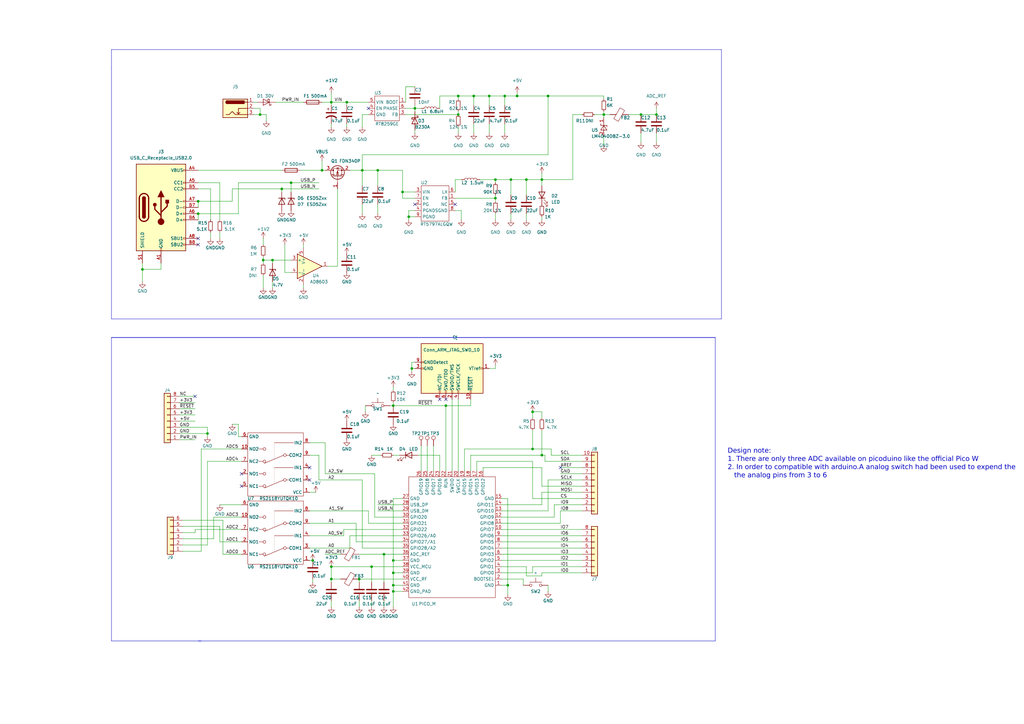
<source format=kicad_sch>
(kicad_sch (version 20230121) (generator eeschema)
  (paper "A3")
  (junction (at 167.64 88.9))
  (junction (at 182.88 166.37))
  (junction (at 107.95 106.68))
  (junction (at 147.32 237.49))
  (junction (at 208.28 240.03))
  (junction (at 222.25 73.66))
  (junction (at 209.55 73.66))
  (junction (at 142.24 41.91))
  (junction (at 161.29 229.87))
  (junction (at 168.91 151.13))
  (junction (at 194.31 39.37))
  (junction (at 218.44 168.91))
  (junction (at 200.66 39.37))
  (junction (at 58.42 110.49))
  (junction (at 187.96 46.99))
  (junction (at 165.1 78.74))
  (junction (at 115.57 77.47))
  (junction (at 203.2 81.28))
  (junction (at 152.4 232.41))
  (junction (at 135.89 237.49))
  (junction (at 203.2 73.66))
  (junction (at 157.48 227.33))
  (junction (at 154.94 69.85))
  (junction (at 81.28 82.55))
  (junction (at 135.89 232.41))
  (junction (at 161.29 242.57))
  (junction (at 262.89 46.99))
  (junction (at 81.28 87.63))
  (junction (at 111.76 106.68))
  (junction (at 135.89 41.91))
  (junction (at 207.01 39.37))
  (junction (at 224.79 39.37))
  (junction (at 161.29 166.37))
  (junction (at 187.96 39.37))
  (junction (at 85.09 177.8))
  (junction (at 161.29 240.03))
  (junction (at 148.59 69.85))
  (junction (at 106.68 46.99))
  (junction (at 119.38 74.93))
  (junction (at 247.65 46.99))
  (junction (at 218.44 184.15))
  (junction (at 212.09 39.37))
  (junction (at 161.29 234.95))
  (junction (at 128.27 229.87))
  (junction (at 170.18 44.45))
  (junction (at 222.25 186.69))
  (junction (at 215.9 73.66))
  (junction (at 269.24 46.99))
  (junction (at 132.08 69.85))
  (no_connect (at 81.28 100.33))
  (no_connect (at 80.01 162.56))
  (no_connect (at 99.06 199.39))
  (no_connect (at 127 196.85))
  (no_connect (at 229.87 191.77))
  (no_connect (at 81.28 97.79))
  (no_connect (at 99.06 194.31))
  (no_connect (at 127 191.77))
  (no_connect (at 186.69 83.82))
  (no_connect (at 182.88 163.83))
  (no_connect (at 151.13 44.45))
  (no_connect (at 180.34 163.83))
  (no_connect (at 170.18 83.82))
  (wire (pts (xy 187.96 39.37) (xy 180.34 39.37)))
  (wire (pts (xy 90.17 90.17) (xy 90.17 74.93)))
  (wire (pts (xy 205.74 212.09) (xy 227.33 212.09)))
  (wire (pts (xy 154.94 69.85) (xy 148.59 69.85)))
  (wire (pts (xy 186.69 73.66) (xy 186.69 78.74)))
  (wire (pts (xy 128.27 238.76) (xy 128.27 237.49)))
  (wire (pts (xy 115.57 77.47) (xy 115.57 78.74)))
  (wire (pts (xy 127 209.55) (xy 151.13 209.55)))
  (wire (pts (xy 85.09 175.26) (xy 85.09 177.8)))
  (wire (pts (xy 161.29 240.03) (xy 165.1 240.03)))
  (wire (pts (xy 161.29 165.1) (xy 161.29 166.37)))
  (wire (pts (xy 148.59 63.5) (xy 224.79 63.5)))
  (polyline (pts (xy 82.55 262.89) (xy 45.72 262.89)))
  (wire (pts (xy 147.32 248.92) (xy 147.32 246.38)))
  (wire (pts (xy 142.24 52.07) (xy 142.24 50.8)))
  (wire (pts (xy 229.87 209.55) (xy 238.76 209.55)))
  (wire (pts (xy 187.96 163.83) (xy 187.96 193.04)))
  (wire (pts (xy 208.28 243.84) (xy 208.28 240.03)))
  (wire (pts (xy 186.69 73.66) (xy 189.23 73.66)))
  (wire (pts (xy 214.63 237.49) (xy 214.63 240.03)))
  (wire (pts (xy 143.51 219.71) (xy 165.1 219.71)))
  (wire (pts (xy 222.25 199.39) (xy 238.76 199.39)))
  (wire (pts (xy 224.79 196.85) (xy 238.76 196.85)))
  (wire (pts (xy 148.59 83.82) (xy 148.59 87.63)))
  (wire (pts (xy 161.29 166.37) (xy 182.88 166.37)))
  (wire (pts (xy 160.02 166.37) (xy 161.29 166.37)))
  (wire (pts (xy 222.25 171.45) (xy 222.25 168.91)))
  (polyline (pts (xy 295.91 20.32) (xy 45.72 20.32)))
  (wire (pts (xy 132.08 41.91) (xy 135.89 41.91)))
  (wire (pts (xy 166.37 35.56) (xy 170.18 35.56)))
  (wire (pts (xy 196.85 73.66) (xy 203.2 73.66)))
  (wire (pts (xy 262.89 46.99) (xy 269.24 46.99)))
  (wire (pts (xy 262.89 58.42) (xy 262.89 54.61)))
  (wire (pts (xy 167.64 88.9) (xy 170.18 88.9)))
  (wire (pts (xy 224.79 63.5) (xy 224.79 39.37)))
  (wire (pts (xy 208.28 240.03) (xy 205.74 240.03)))
  (polyline (pts (xy 45.72 262.89) (xy 45.72 138.43)))
  (wire (pts (xy 82.55 226.06) (xy 74.93 226.06)))
  (wire (pts (xy 205.74 234.95) (xy 218.44 234.95)))
  (wire (pts (xy 81.28 87.63) (xy 81.28 90.17)))
  (wire (pts (xy 135.89 237.49) (xy 135.89 238.76)))
  (wire (pts (xy 161.29 234.95) (xy 161.29 240.03)))
  (wire (pts (xy 124.46 100.33) (xy 124.46 101.6)))
  (wire (pts (xy 170.18 81.28) (xy 165.1 81.28)))
  (wire (pts (xy 222.25 234.95) (xy 238.76 234.95)))
  (wire (pts (xy 153.67 212.09) (xy 165.1 212.09)))
  (wire (pts (xy 198.12 193.04) (xy 198.12 191.77)))
  (wire (pts (xy 167.64 86.36) (xy 167.64 88.9)))
  (wire (pts (xy 73.66 177.8) (xy 85.09 177.8)))
  (wire (pts (xy 127 214.63) (xy 146.05 214.63)))
  (wire (pts (xy 187.96 39.37) (xy 187.96 40.64)))
  (wire (pts (xy 209.55 73.66) (xy 209.55 80.01)))
  (wire (pts (xy 146.05 222.25) (xy 165.1 222.25)))
  (wire (pts (xy 135.89 41.91) (xy 135.89 43.18)))
  (wire (pts (xy 193.04 163.83) (xy 193.04 166.37)))
  (wire (pts (xy 223.52 186.69) (xy 223.52 189.23)))
  (wire (pts (xy 154.94 207.01) (xy 165.1 207.01)))
  (wire (pts (xy 218.44 204.47) (xy 238.76 204.47)))
  (polyline (pts (xy 45.72 138.43) (xy 293.37 138.43)))
  (wire (pts (xy 222.25 176.53) (xy 222.25 186.69)))
  (polyline (pts (xy 45.72 130.81) (xy 295.91 130.81)))
  (wire (pts (xy 58.42 110.49) (xy 58.42 115.57)))
  (polyline (pts (xy 45.72 20.32) (xy 45.72 27.94)))
  (wire (pts (xy 223.52 189.23) (xy 238.76 189.23)))
  (wire (pts (xy 224.79 39.37) (xy 212.09 39.37)))
  (wire (pts (xy 170.18 86.36) (xy 167.64 86.36)))
  (wire (pts (xy 97.79 173.99) (xy 97.79 179.07)))
  (wire (pts (xy 205.74 209.55) (xy 224.79 209.55)))
  (wire (pts (xy 224.79 39.37) (xy 247.65 39.37)))
  (wire (pts (xy 186.69 86.36) (xy 189.23 86.36)))
  (wire (pts (xy 161.29 229.87) (xy 161.29 234.95)))
  (wire (pts (xy 166.37 44.45) (xy 170.18 44.45)))
  (wire (pts (xy 86.36 77.47) (xy 81.28 77.47)))
  (wire (pts (xy 205.74 237.49) (xy 214.63 237.49)))
  (wire (pts (xy 142.24 41.91) (xy 142.24 43.18)))
  (wire (pts (xy 90.17 74.93) (xy 81.28 74.93)))
  (wire (pts (xy 152.4 232.41) (xy 152.4 238.76)))
  (wire (pts (xy 90.17 95.25) (xy 90.17 97.79)))
  (wire (pts (xy 218.44 234.95) (xy 218.44 232.41)))
  (wire (pts (xy 165.1 217.17) (xy 140.97 217.17)))
  (wire (pts (xy 134.62 109.22) (xy 138.43 109.22)))
  (wire (pts (xy 157.48 227.33) (xy 157.48 238.76)))
  (wire (pts (xy 154.94 209.55) (xy 165.1 209.55)))
  (wire (pts (xy 222.25 168.91) (xy 218.44 168.91)))
  (wire (pts (xy 205.74 204.47) (xy 208.28 204.47)))
  (wire (pts (xy 80.01 218.44) (xy 80.01 217.17)))
  (wire (pts (xy 166.37 46.99) (xy 187.96 46.99)))
  (wire (pts (xy 135.89 237.49) (xy 139.7 237.49)))
  (wire (pts (xy 148.59 69.85) (xy 148.59 76.2)))
  (wire (pts (xy 234.95 46.99) (xy 238.76 46.99)))
  (wire (pts (xy 222.25 191.77) (xy 222.25 199.39)))
  (wire (pts (xy 97.79 74.93) (xy 119.38 74.93)))
  (wire (pts (xy 209.55 87.63) (xy 209.55 90.17)))
  (wire (pts (xy 113.03 41.91) (xy 124.46 41.91)))
  (wire (pts (xy 215.9 236.22) (xy 222.25 236.22)))
  (wire (pts (xy 135.89 232.41) (xy 135.89 237.49)))
  (wire (pts (xy 212.09 39.37) (xy 207.01 39.37)))
  (wire (pts (xy 107.95 106.68) (xy 111.76 106.68)))
  (wire (pts (xy 190.5 193.04) (xy 190.5 184.15)))
  (wire (pts (xy 209.55 73.66) (xy 215.9 73.66)))
  (wire (pts (xy 135.89 41.91) (xy 142.24 41.91)))
  (wire (pts (xy 85.09 177.8) (xy 85.09 179.07)))
  (wire (pts (xy 161.29 234.95) (xy 165.1 234.95)))
  (wire (pts (xy 154.94 69.85) (xy 154.94 76.2)))
  (polyline (pts (xy 45.72 138.43) (xy 293.37 138.43)))
  (wire (pts (xy 87.63 212.09) (xy 87.63 220.98)))
  (wire (pts (xy 205.74 217.17) (xy 238.76 217.17)))
  (wire (pts (xy 218.44 168.91) (xy 218.44 171.45)))
  (wire (pts (xy 194.31 54.61) (xy 194.31 50.8)))
  (wire (pts (xy 106.68 44.45) (xy 106.68 46.99)))
  (wire (pts (xy 80.01 218.44) (xy 74.93 218.44)))
  (wire (pts (xy 172.72 44.45) (xy 170.18 44.45)))
  (wire (pts (xy 229.87 191.77) (xy 238.76 191.77)))
  (wire (pts (xy 151.13 209.55) (xy 151.13 214.63)))
  (wire (pts (xy 161.29 186.69) (xy 163.83 186.69)))
  (wire (pts (xy 147.32 237.49) (xy 147.32 238.76)))
  (wire (pts (xy 90.17 222.25) (xy 90.17 215.9)))
  (wire (pts (xy 97.79 179.07) (xy 99.06 179.07)))
  (wire (pts (xy 165.1 224.79) (xy 148.59 224.79)))
  (wire (pts (xy 165.1 78.74) (xy 165.1 69.85)))
  (wire (pts (xy 269.24 58.42) (xy 269.24 54.61)))
  (wire (pts (xy 149.86 166.37) (xy 149.86 168.91)))
  (wire (pts (xy 170.18 148.59) (xy 168.91 148.59)))
  (wire (pts (xy 203.2 151.13) (xy 203.2 149.86)))
  (wire (pts (xy 166.37 35.56) (xy 166.37 41.91)))
  (wire (pts (xy 165.1 204.47) (xy 161.29 204.47)))
  (wire (pts (xy 161.29 242.57) (xy 161.29 248.92)))
  (wire (pts (xy 165.1 229.87) (xy 161.29 229.87)))
  (wire (pts (xy 86.36 90.17) (xy 86.36 77.47)))
  (wire (pts (xy 81.28 87.63) (xy 97.79 87.63)))
  (wire (pts (xy 205.74 224.79) (xy 238.76 224.79)))
  (wire (pts (xy 152.4 232.41) (xy 165.1 232.41)))
  (wire (pts (xy 170.18 44.45) (xy 170.18 45.72)))
  (wire (pts (xy 187.96 54.61) (xy 187.96 52.07)))
  (wire (pts (xy 107.95 118.11) (xy 107.95 113.03)))
  (wire (pts (xy 205.74 214.63) (xy 229.87 214.63)))
  (wire (pts (xy 147.32 237.49) (xy 165.1 237.49)))
  (wire (pts (xy 73.66 175.26) (xy 85.09 175.26)))
  (wire (pts (xy 200.66 39.37) (xy 194.31 39.37)))
  (polyline (pts (xy 293.37 138.43) (xy 293.37 262.89)))
  (wire (pts (xy 135.89 38.1) (xy 135.89 41.91)))
  (wire (pts (xy 218.44 189.23) (xy 218.44 204.47)))
  (wire (pts (xy 229.87 194.31) (xy 238.76 194.31)))
  (wire (pts (xy 215.9 90.17) (xy 215.9 87.63)))
  (wire (pts (xy 74.93 215.9) (xy 90.17 215.9)))
  (wire (pts (xy 133.35 227.33) (xy 139.7 227.33)))
  (wire (pts (xy 85.09 223.52) (xy 74.93 223.52)))
  (wire (pts (xy 177.8 182.88) (xy 177.8 193.04)))
  (wire (pts (xy 148.59 196.85) (xy 148.59 224.79)))
  (wire (pts (xy 157.48 248.92) (xy 157.48 246.38)))
  (wire (pts (xy 87.63 220.98) (xy 74.93 220.98)))
  (wire (pts (xy 106.68 46.99) (xy 109.22 46.99)))
  (wire (pts (xy 148.59 46.99) (xy 148.59 52.07)))
  (wire (pts (xy 205.74 219.71) (xy 238.76 219.71)))
  (wire (pts (xy 127 229.87) (xy 128.27 229.87)))
  (wire (pts (xy 133.35 194.31) (xy 153.67 194.31)))
  (wire (pts (xy 171.45 186.69) (xy 180.34 186.69)))
  (wire (pts (xy 222.25 207.01) (xy 222.25 201.93)))
  (wire (pts (xy 129.54 201.93) (xy 127 201.93)))
  (wire (pts (xy 115.57 77.47) (xy 130.81 77.47)))
  (wire (pts (xy 222.25 90.17) (xy 222.25 88.9)))
  (wire (pts (xy 143.51 224.79) (xy 143.51 219.71)))
  (wire (pts (xy 66.04 110.49) (xy 58.42 110.49)))
  (wire (pts (xy 195.58 189.23) (xy 218.44 189.23)))
  (wire (pts (xy 99.06 227.33) (xy 91.44 227.33)))
  (wire (pts (xy 222.25 73.66) (xy 222.25 76.2)))
  (wire (pts (xy 91.44 227.33) (xy 91.44 213.36)))
  (polyline (pts (xy 81.28 262.89) (xy 293.37 262.89)))
  (wire (pts (xy 127 186.69) (xy 130.81 186.69)))
  (wire (pts (xy 99.06 207.01) (xy 90.17 207.01)))
  (wire (pts (xy 66.04 107.95) (xy 66.04 110.49)))
  (wire (pts (xy 168.91 151.13) (xy 170.18 151.13)))
  (wire (pts (xy 170.18 43.18) (xy 170.18 44.45)))
  (wire (pts (xy 143.51 69.85) (xy 148.59 69.85)))
  (wire (pts (xy 175.26 182.88) (xy 175.26 193.04)))
  (wire (pts (xy 194.31 39.37) (xy 187.96 39.37)))
  (wire (pts (xy 81.28 82.55) (xy 95.25 82.55)))
  (wire (pts (xy 222.25 73.66) (xy 234.95 73.66)))
  (wire (pts (xy 224.79 242.57) (xy 224.79 240.03)))
  (wire (pts (xy 95.25 77.47) (xy 115.57 77.47)))
  (wire (pts (xy 119.38 111.76) (xy 116.84 111.76)))
  (wire (pts (xy 222.25 236.22) (xy 222.25 234.95)))
  (wire (pts (xy 127 181.61) (xy 133.35 181.61)))
  (wire (pts (xy 203.2 81.28) (xy 203.2 82.55)))
  (wire (pts (xy 165.1 81.28) (xy 165.1 78.74)))
  (wire (pts (xy 111.76 106.68) (xy 111.76 107.95)))
  (wire (pts (xy 104.14 44.45) (xy 106.68 44.45)))
  (wire (pts (xy 161.29 204.47) (xy 161.29 229.87)))
  (wire (pts (xy 132.08 66.04) (xy 132.08 69.85)))
  (wire (pts (xy 73.66 180.34) (xy 80.01 180.34)))
  (wire (pts (xy 161.29 158.75) (xy 161.29 160.02)))
  (wire (pts (xy 119.38 74.93) (xy 119.38 78.74)))
  (wire (pts (xy 153.67 194.31) (xy 153.67 212.09)))
  (wire (pts (xy 222.25 186.69) (xy 223.52 186.69)))
  (wire (pts (xy 168.91 148.59) (xy 168.91 151.13)))
  (wire (pts (xy 227.33 207.01) (xy 238.76 207.01)))
  (wire (pts (xy 218.44 232.41) (xy 238.76 232.41)))
  (wire (pts (xy 124.46 118.11) (xy 124.46 116.84)))
  (wire (pts (xy 198.12 191.77) (xy 222.25 191.77)))
  (wire (pts (xy 73.66 167.64) (xy 80.01 167.64)))
  (wire (pts (xy 138.43 77.47) (xy 138.43 109.22)))
  (wire (pts (xy 58.42 107.95) (xy 58.42 110.49)))
  (wire (pts (xy 81.28 69.85) (xy 115.57 69.85)))
  (wire (pts (xy 146.05 222.25) (xy 146.05 214.63)))
  (wire (pts (xy 218.44 184.15) (xy 226.06 184.15)))
  (wire (pts (xy 194.31 39.37) (xy 194.31 43.18)))
  (wire (pts (xy 80.01 217.17) (xy 99.06 217.17)))
  (wire (pts (xy 82.55 184.15) (xy 99.06 184.15)))
  (wire (pts (xy 152.4 248.92) (xy 152.4 246.38)))
  (wire (pts (xy 85.09 189.23) (xy 85.09 223.52)))
  (wire (pts (xy 154.94 87.63) (xy 154.94 83.82)))
  (wire (pts (xy 189.23 86.36) (xy 189.23 90.17)))
  (wire (pts (xy 190.5 184.15) (xy 218.44 184.15)))
  (wire (pts (xy 203.2 73.66) (xy 209.55 73.66)))
  (wire (pts (xy 247.65 46.99) (xy 250.19 46.99)))
  (wire (pts (xy 73.66 165.1) (xy 80.01 165.1)))
  (wire (pts (xy 215.9 73.66) (xy 215.9 80.01)))
  (wire (pts (xy 182.88 166.37) (xy 193.04 166.37)))
  (wire (pts (xy 215.9 232.41) (xy 215.9 236.22)))
  (wire (pts (xy 151.13 214.63) (xy 165.1 214.63)))
  (wire (pts (xy 152.4 186.69) (xy 156.21 186.69)))
  (wire (pts (xy 73.66 170.18) (xy 80.01 170.18)))
  (wire (pts (xy 135.89 52.07) (xy 135.89 50.8)))
  (polyline (pts (xy 295.91 130.81) (xy 295.91 20.32)))
  (wire (pts (xy 123.19 69.85) (xy 132.08 69.85)))
  (wire (pts (xy 185.42 163.83) (xy 185.42 193.04)))
  (wire (pts (xy 107.95 105.41) (xy 107.95 106.68)))
  (wire (pts (xy 135.89 232.41) (xy 152.4 232.41)))
  (wire (pts (xy 161.29 240.03) (xy 161.29 242.57)))
  (wire (pts (xy 227.33 212.09) (xy 227.33 207.01)))
  (wire (pts (xy 85.09 189.23) (xy 99.06 189.23)))
  (wire (pts (xy 135.89 246.38) (xy 135.89 248.92)))
  (wire (pts (xy 247.65 39.37) (xy 247.65 40.64)))
  (wire (pts (xy 165.1 69.85) (xy 154.94 69.85)))
  (wire (pts (xy 81.28 85.09) (xy 81.28 82.55)))
  (wire (pts (xy 205.74 222.25) (xy 238.76 222.25)))
  (wire (pts (xy 200.66 39.37) (xy 200.66 43.18)))
  (wire (pts (xy 203.2 73.66) (xy 203.2 74.93)))
  (wire (pts (xy 90.17 222.25) (xy 99.06 222.25)))
  (wire (pts (xy 226.06 186.69) (xy 238.76 186.69)))
  (wire (pts (xy 269.24 44.45) (xy 269.24 46.99)))
  (wire (pts (xy 203.2 90.17) (xy 203.2 87.63)))
  (wire (pts (xy 73.66 162.56) (xy 80.01 162.56)))
  (wire (pts (xy 87.63 212.09) (xy 99.06 212.09)))
  (wire (pts (xy 193.04 193.04) (xy 193.04 186.69)))
  (wire (pts (xy 148.59 63.5) (xy 148.59 69.85)))
  (wire (pts (xy 130.81 196.85) (xy 148.59 196.85)))
  (wire (pts (xy 180.34 39.37) (xy 180.34 44.45)))
  (wire (pts (xy 170.18 78.74) (xy 165.1 78.74)))
  (wire (pts (xy 205.74 229.87) (xy 238.76 229.87)))
  (wire (pts (xy 168.91 151.13) (xy 168.91 152.4)))
  (wire (pts (xy 226.06 184.15) (xy 226.06 186.69)))
  (wire (pts (xy 203.2 80.01) (xy 203.2 81.28)))
  (wire (pts (xy 142.24 41.91) (xy 151.13 41.91)))
  (wire (pts (xy 167.64 88.9) (xy 167.64 90.17)))
  (wire (pts (xy 97.79 87.63) (xy 97.79 74.93)))
  (wire (pts (xy 116.84 100.33) (xy 116.84 111.76)))
  (wire (pts (xy 180.34 186.69) (xy 180.34 193.04)))
  (wire (pts (xy 207.01 54.61) (xy 207.01 50.8)))
  (wire (pts (xy 207.01 39.37) (xy 207.01 43.18)))
  (polyline (pts (xy 45.72 27.94) (xy 45.72 130.81)))
  (wire (pts (xy 200.66 54.61) (xy 200.66 50.8)))
  (wire (pts (xy 212.09 38.1) (xy 212.09 39.37)))
  (wire (pts (xy 229.87 214.63) (xy 229.87 209.55)))
  (wire (pts (xy 222.25 71.12) (xy 222.25 73.66)))
  (wire (pts (xy 82.55 184.15) (xy 82.55 226.06)))
  (wire (pts (xy 172.72 182.88) (xy 172.72 193.04)))
  (wire (pts (xy 104.14 41.91) (xy 105.41 41.91)))
  (wire (pts (xy 170.18 54.61) (xy 170.18 53.34)))
  (wire (pts (xy 208.28 204.47) (xy 208.28 240.03)))
  (wire (pts (xy 205.74 232.41) (xy 215.9 232.41)))
  (wire (pts (xy 107.95 97.79) (xy 107.95 100.33)))
  (wire (pts (xy 157.48 227.33) (xy 165.1 227.33)))
  (wire (pts (xy 222.25 201.93) (xy 238.76 201.93)))
  (wire (pts (xy 205.74 207.01) (xy 222.25 207.01)))
  (wire (pts (xy 247.65 46.99) (xy 247.65 48.26)))
  (wire (pts (xy 133.35 181.61) (xy 133.35 194.31)))
  (wire (pts (xy 132.08 69.85) (xy 133.35 69.85)))
  (wire (pts (xy 151.13 46.99) (xy 148.59 46.99)))
  (wire (pts (xy 140.97 219.71) (xy 127 219.71)))
  (wire (pts (xy 130.81 186.69) (xy 130.81 196.85)))
  (wire (pts (xy 95.25 82.55) (xy 95.25 77.47)))
  (wire (pts (xy 200.66 151.13) (xy 203.2 151.13)))
  (wire (pts (xy 182.88 166.37) (xy 182.88 193.04)))
  (wire (pts (xy 111.76 106.68) (xy 119.38 106.68)))
  (wire (pts (xy 234.95 73.66) (xy 234.95 46.99)))
  (wire (pts (xy 207.01 39.37) (xy 200.66 39.37)))
  (wire (pts (xy 147.32 227.33) (xy 157.48 227.33)))
  (wire (pts (xy 109.22 46.99) (xy 109.22 49.53)))
  (wire (pts (xy 224.79 209.55) (xy 224.79 196.85)))
  (wire (pts (xy 205.74 227.33) (xy 238.76 227.33)))
  (wire (pts (xy 107.95 106.68) (xy 107.95 107.95)))
  (wire (pts (xy 243.84 46.99) (xy 247.65 46.99)))
  (wire (pts (xy 161.29 242.57) (xy 165.1 242.57)))
  (wire (pts (xy 140.97 217.17) (xy 140.97 219.71)))
  (wire (pts (xy 127 224.79) (xy 143.51 224.79)))
  (wire (pts (xy 218.44 176.53) (xy 218.44 184.15)))
  (wire (pts (xy 193.04 186.69) (xy 222.25 186.69)))
  (wire (pts (xy 73.66 172.72) (xy 80.01 172.72)))
  (wire (pts (xy 186.69 81.28) (xy 203.2 81.28)))
  (wire (pts (xy 111.76 118.11) (xy 111.76 115.57)))
  (wire (pts (xy 187.96 46.99) (xy 187.96 45.72)))
  (wire (pts (xy 247.65 55.88) (xy 247.65 59.69)))
  (wire (pts (xy 97.79 173.99) (xy 95.25 173.99)))
  (wire (pts (xy 104.14 46.99) (xy 106.68 46.99)))
  (wire (pts (xy 257.81 46.99) (xy 262.89 46.99)))
  (wire (pts (xy 86.36 97.79) (xy 86.36 95.25)))
  (wire (pts (xy 195.58 193.04) (xy 195.58 189.23)))
  (wire (pts (xy 247.65 45.72) (xy 247.65 46.99)))
  (wire (pts (xy 119.38 74.93) (xy 130.81 74.93)))
  (wire (pts (xy 215.9 73.66) (xy 222.25 73.66)))
  (wire (pts (xy 91.44 213.36) (xy 74.93 213.36)))
  (text "Design note:\n1. There are only three ADC available on picoduino like the official Pico W\n2. In order to compatible with arduino.A analog switch had been used to expend the \n   the analog pins from 3 to 6\n" (at 298.45 196.85 0) (effects (font (size 2 2)) (justify left bottom)))
  (label "IO3" (at 229.87 227.33 0))
  (label "~{RESET}" (at 171.45 166.37 0))
  (label "MISO" (at 229.87 199.39 0))
  (label "IO0" (at 229.87 234.95 0))
  (label "MOSI" (at 229.87 201.93 0))
  (label "SDA" (at 229.87 189.23 0))
  (label "IO2" (at 229.87 229.87 0))
  (label "SCL" (at 229.87 186.69 0))
  (label "IO6" (at 229.87 219.71 0))
  (label "A0" (at 134.62 224.79 0))
  (label "~{RESET}" (at 73.66 167.64 0))
  (label "ADC5" (at 92.71 184.15 0))
  (label "AREF" (at 229.87 191.77 0))
  (label "GND" (at 229.87 194.31 0))
  (label "NC" (at 73.66 162.56 0))
  (label "VIN" (at 137.16 41.91 0))
  (label "SCLK" (at 229.87 196.85 0))
  (label "USB_N" (at 123.19 77.47 0))
  (label "+3V3" (at 73.66 170.18 0))
  (label "ADC4" (at 92.71 189.23 0))
  (label "IO4" (at 229.87 224.79 0))
  (label "ADC1" (at 97.79 222.25 180))
  (label "A1" (at 137.16 214.63 180))
  (label "A2_SW" (at 134.62 194.31 0))
  (label "PWR_IN" (at 115.57 41.91 0))
  (label "ADC2" (at 97.79 217.17 180))
  (label "USB_N" (at 154.94 209.55 0))
  (label "ADC0" (at 97.79 227.33 180))
  (label "PWR_IN" (at 73.66 180.34 0))
  (label "IO7" (at 229.87 217.17 0))
  (label "+5V" (at 73.66 172.72 0))
  (label "A2" (at 134.62 196.85 0))
  (label "A1_SW" (at 140.97 209.55 180))
  (label "USB_P" (at 123.19 74.93 0))
  (label "GND" (at 73.66 177.8 0))
  (label "USB_P" (at 154.94 207.01 0))
  (label "+3V3" (at 73.66 165.1 0))
  (label "IO5" (at 229.87 222.25 0))
  (label "IO8" (at 229.87 209.55 0))
  (label "CS" (at 229.87 204.47 0))
  (label "GND" (at 73.66 175.26 0))
  (label "IO9" (at 229.87 207.01 0))
  (label "IO1" (at 229.87 232.41 0))
  (label "ADC_REF" (at 133.35 227.33 0))
  (label "A0_SW" (at 134.62 219.71 0))
  (label "ADC3" (at 97.79 212.09 180))
  (symbol (lib_id "Device:C") (at 269.24 50.8 180) (unit 1)
    (property "Reference" "C13" (at 269.24 48.26 0) (effects (justify right)))
    (property "Value" "0.1uF" (at 269.24 53.34 0) (effects (justify right)))
    (property "Footprint" "Capacitor_SMD:C_0603_1608Metric" (effects hide))
  )
  (symbol (lib_id "power:GND") (at 111.76 118.11 0) (unit 1)
    (property "Reference" "#PWR030" (effects hide))
    (property "Value" "GND" (at 111.76 121.92 0))
  )
  (symbol (lib_id "Device:C") (at 154.94 80.01 180) (unit 1)
    (property "Reference" "C8" (at 154.94 77.47 0) (effects (justify right)))
    (property "Value" "0.1uF" (at 154.94 82.55 0) (effects (justify right)))
    (property "Footprint" "Capacitor_SMD:C_0603_1608Metric" (effects hide))
  )
  (symbol (lib_id "Connector_Generic:Conn_01x10") (at 243.84 199.39 0) (mirror x) (unit 1)
    (property "Reference" "J8" (at 242.57 184.15 0) (effects (justify left)))
    (property "Value" "Conn_01x10" (effects hide))
    (property "Footprint" "Connector_PinSocket_2.54mm:PinSocket_1x10_P2.54mm_Vertical" (effects hide))
  )
  (symbol (lib_id "Connector:TestPoint") (at 172.72 182.88 0) (unit 1)
    (property "Reference" "TP2" (at 168.91 177.8 0) (effects (justify left)))
    (property "Value" "TestPoint" (effects hide))
    (property "Footprint" "TestPoint:TestPoint_Pad_D1.5mm" (effects hide))
  )
  (symbol (lib_id "power:+5V") (at 129.54 201.93 0) (unit 1)
    (property "Reference" "#PWR042" (effects hide))
    (property "Value" "+5V" (at 129.54 198.12 0))
  )
  (symbol (lib_id "power:GND") (at 142.24 111.76 0) (unit 1)
    (property "Reference" "#PWR029" (effects hide))
    (property "Value" "GND" (at 142.24 115.57 0))
  )
  (symbol (lib_id "Device:R_Small") (at 158.75 186.69 90) (unit 1)
    (property "Reference" "R14" (at 157.48 184.15 90) (effects (justify left)))
    (property "Value" "1K" (at 161.29 184.15 90) (effects (justify left)))
    (property "Footprint" "Resistor_SMD:R_0603_1608Metric" (effects hide))
  )
  (symbol (lib_id "Connector_Generic:Conn_01x06") (at 69.85 220.98 180) (unit 1)
    (property "Reference" "J9" (at 69.85 228.6 0))
    (property "Value" "Conn_01x06" (effects hide))
    (property "Footprint" "Connector_PinSocket_2.54mm:PinSocket_1x06_P2.54mm_Vertical" (effects hide))
  )
  (symbol (lib_id "Amplifier_Operational:AD8603") (at 127 109.22 0) (unit 1)
    (property "Reference" "U4" (at 129.54 113.03 0))
    (property "Value" "AD8603" (at 130.81 115.57 0))
    (property "Footprint" "Package_TO_SOT_SMD:TSOT-23-5" (effects hide))
    (property "Datasheet" "https://www.analog.com/media/en/technical-documentation/data-sheets/AD8603_8607_8609.pdf" (effects hide))
  )
  (symbol (lib_id "power:+5V") (at 142.24 104.14 0) (unit 1)
    (property "Reference" "#PWR059" (effects hide))
    (property "Value" "+5V" (at 142.24 100.33 0))
  )
  (symbol (lib_id "power:+5V") (at 128.27 229.87 0) (unit 1)
    (property "Reference" "#PWR041" (effects hide))
    (property "Value" "+5V" (at 127 226.06 0) (effects (justify left)))
  )
  (symbol (lib_id "Reference_Voltage:LM4040DBZ-2.0") (at 247.65 52.07 90) (unit 1)
    (property "Reference" "U5" (at 242.57 53.34 90) (effects (justify right)))
    (property "Value" "LM4040DBZ-3.0" (at 242.57 55.88 90) (effects (justify right)))
    (property "Footprint" "Package_TO_SOT_SMD:SOT-23-3" (effects hide))
    (property "Datasheet" "http://www.ti.com/lit/ds/symlink/lm4040-n.pdf" (effects hide))
  )
  (symbol (lib_id "power:GND") (at 161.29 173.99 0) (unit 1)
    (property "Reference" "#PWR058" (effects hide))
    (property "Value" "GND" (at 161.29 177.8 0))
  )
  (symbol (lib_id "power:GND") (at 135.89 52.07 0) (unit 1)
    (property "Reference" "#PWR03" (effects hide))
    (property "Value" "GND" (at 135.89 57.15 0))
  )
  (symbol (lib_id "Device:C_Polarized_US") (at 135.89 46.99 0) (unit 1)
    (property "Reference" "C1" (at 135.89 44.45 0) (effects (justify left)))
    (property "Value" "47uF" (at 135.89 49.53 0) (effects (justify left)))
    (property "Footprint" "Capacitor_SMD:CP_Elec_4x3" (effects hide))
  )
  (symbol (lib_id "power:GND") (at 157.48 248.92 0) (unit 1)
    (property "Reference" "#PWR049" (effects hide))
    (property "Value" "GND" (at 157.48 252.73 0))
  )
  (symbol (lib_id "power:GND") (at 148.59 87.63 0) (unit 1)
    (property "Reference" "#PWR020" (effects hide))
    (property "Value" "GND" (at 148.59 92.71 0))
  )
  (symbol (lib_id "Device:FerriteBead") (at 254 46.99 90) (unit 1)
    (property "Reference" "FB2" (at 256.54 48.26 90))
    (property "Value" "FerriteBead" (effects hide))
    (property "Footprint" "Inductor_SMD:L_0603_1608Metric" (effects hide))
  )
  (symbol (lib_id "power:GND") (at 187.96 54.61 0) (unit 1)
    (property "Reference" "#PWR05" (effects hide))
    (property "Value" "GND" (at 187.96 59.69 0))
  )
  (symbol (lib_id "power:VBUS") (at 132.08 66.04 0) (unit 1)
    (property "Reference" "#PWR011" (effects hide))
    (property "Value" "VBUS" (at 132.08 62.23 0))
  )
  (symbol (lib_id "power:GND") (at 209.55 90.17 0) (unit 1)
    (property "Reference" "#PWR025" (effects hide))
    (property "Value" "GND" (at 209.55 95.25 0))
  )
  (symbol (lib_id "Diode:B120-E3") (at 170.18 49.53 270) (unit 1)
    (property "Reference" "D3" (at 171.45 49.53 90) (effects (justify left)))
    (property "Value" "B230A" (at 170.18 52.07 90) (effects (justify left)))
    (property "Footprint" "Diode_SMD:D_SOD-123F" (effects hide))
    (property "Datasheet" "http://www.vishay.com/docs/88946/b120.pdf" (effects hide))
  )
  (symbol (lib_id "power:GND") (at 247.65 59.69 0) (unit 1)
    (property "Reference" "#PWR034" (effects hide))
    (property "Value" "GND" (at 247.65 59.69 0))
  )
  (symbol (lib_id "Device:FerriteBead") (at 143.51 237.49 90) (unit 1)
    (property "Reference" "FB3" (at 147.32 236.22 90))
    (property "Value" "FerriteBead" (effects hide))
    (property "Footprint" "Inductor_SMD:L_0603_1608Metric" (effects hide))
  )
  (symbol (lib_id "Device:C") (at 152.4 242.57 180) (unit 1)
    (property "Reference" "C15" (at 148.59 245.11 0) (effects (justify right)))
    (property "Value" "0.1uF" (at 148.59 247.65 0) (effects (justify right)))
    (property "Footprint" "Capacitor_SMD:C_0603_1608Metric" (effects hide))
  )
  (symbol (lib_id "Device:C") (at 142.24 176.53 180) (unit 1)
    (property "Reference" "C18" (at 143.51 173.99 0) (effects (justify right)))
    (property "Value" "0.1uF" (at 142.24 179.07 0) (effects (justify right)))
    (property "Footprint" "Capacitor_SMD:C_0603_1608Metric" (effects hide))
  )
  (symbol (lib_id "Device:C") (at 262.89 50.8 180) (unit 1)
    (property "Reference" "C12" (at 262.89 48.26 0) (effects (justify right)))
    (property "Value" "4.7uF" (at 262.89 53.34 0) (effects (justify right)))
    (property "Footprint" "Capacitor_SMD:C_0603_1608Metric" (effects hide))
  )
  (symbol (lib_id "Transistor_FET:FDN340P") (at 138.43 72.39 90) (unit 1)
    (property "Reference" "Q1" (at 137.16 66.04 90))
    (property "Value" "FDN340P" (at 143.51 66.04 90))
    (property "Footprint" "Package_TO_SOT_SMD:SOT-23" (effects hide))
    (property "Datasheet" "https://www.onsemi.com/pub/Collateral/FDN340P-D.PDF" (effects hide))
  )
  (symbol (lib_id "Device:C") (at 194.31 46.99 180) (unit 1)
    (property "Reference" "C4" (at 194.31 44.45 0) (effects (justify right)))
    (property "Value" "22uF" (at 194.31 49.53 0) (effects (justify right)))
    (property "Footprint" "Capacitor_SMD:C_0603_1608Metric" (effects hide))
  )
  (symbol (lib_id "power:GND") (at 194.31 54.61 0) (unit 1)
    (property "Reference" "#PWR07" (effects hide))
    (property "Value" "GND" (at 194.31 59.69 0))
  )
  (symbol (lib_id "power:+3V3") (at 116.84 100.33 0) (unit 1)
    (property "Reference" "#PWR015" (effects hide))
    (property "Value" "+3V3" (at 116.84 96.52 0))
  )
  (symbol (lib_id "Device:R_Small") (at 222.25 173.99 180) (unit 1)
    (property "Reference" "R13" (at 227.33 172.72 0) (effects (justify left)))
    (property "Value" "4.7K" (at 228.6 175.26 0) (effects (justify left)))
    (property "Footprint" "Resistor_SMD:R_0603_1608Metric" (effects hide))
  )
  (symbol (lib_id "power:GND") (at 85.09 179.07 0) (unit 1)
    (property "Reference" "#PWR045" (effects hide))
    (property "Value" "GND" (at 85.09 182.88 0))
  )
  (symbol (lib_id "power:GND") (at 86.36 97.79 0) (unit 1)
    (property "Reference" "#PWR061" (effects hide))
    (property "Value" "GND" (at 86.36 101.6 0))
  )
  (symbol (lib_name "RS2118YUTQK10_2") (lib_id "kiCadLib:RS2118YUTQK10") (at 124.46 209.55 180) (unit 1)
    (property "Reference" "U6" (at 102.87 232.41 0))
    (property "Value" "RS2118YUTQK10" (at 114.3 232.41 0))
    (property "Footprint" "Package_DFN_QFN:UQFN-10_1.4x1.8mm_P0.4mm" (effects hide))
  )
  (symbol (lib_id "power:+5V") (at 124.46 100.33 0) (unit 1)
    (property "Reference" "#PWR018" (effects hide))
    (property "Value" "+5V" (at 124.46 96.52 0))
  )
  (symbol (lib_id "Device:Fuse") (at 128.27 41.91 90) (unit 1)
    (property "Reference" "F1" (at 125.73 39.37 90))
    (property "Value" "500mA" (at 130.81 39.37 90))
    (property "Footprint" "Fuse:Fuse_1206_3216Metric" (effects hide))
  )
  (symbol (lib_id "power:GND") (at 207.01 54.61 0) (unit 1)
    (property "Reference" "#PWR09" (effects hide))
    (property "Value" "GND" (at 207.01 59.69 0))
  )
  (symbol (lib_id "power:GND") (at 107.95 118.11 0) (unit 1)
    (property "Reference" "#PWR013" (effects hide))
    (property "Value" "GND" (at 107.95 121.92 0))
  )
  (symbol (lib_name "RS2118YUTQK10_2") (lib_id "kiCadLib:RS2118YUTQK10") (at 124.46 181.61 180) (unit 1)
    (property "Reference" "U7" (at 102.87 204.47 0))
    (property "Value" "RS2118YUTQK10" (at 114.3 204.47 0))
    (property "Footprint" "Package_DFN_QFN:UQFN-10_1.4x1.8mm_P0.4mm" (effects hide))
  )
  (symbol (lib_id "power:GND") (at 142.24 52.07 0) (unit 1)
    (property "Reference" "#PWR02" (effects hide))
    (property "Value" "GND" (at 142.24 57.15 0))
  )
  (symbol (lib_id "Device:C") (at 135.89 242.57 180) (unit 1)
    (property "Reference" "C20" (at 132.08 245.11 0) (effects (justify right)))
    (property "Value" "22uF" (at 129.54 247.65 0) (effects (justify right)))
    (property "Footprint" "Capacitor_SMD:C_0603_1608Metric" (effects hide))
  )
  (symbol (lib_id "power:+1V2") (at 135.89 38.1 0) (unit 1)
    (property "Reference" "#PWR016" (effects hide))
    (property "Value" "VIN" (at 135.89 33.02 0))
  )
  (symbol (lib_id "Device:C") (at 200.66 46.99 180) (unit 1)
    (property "Reference" "C5" (at 200.66 44.45 0) (effects (justify right)))
    (property "Value" "4.7uF" (at 200.66 49.53 0) (effects (justify right)))
    (property "Footprint" "Capacitor_SMD:C_0603_1608Metric" (effects hide))
  )
  (symbol (lib_id "Device:C") (at 209.55 83.82 180) (unit 1)
    (property "Reference" "C9" (at 209.55 81.28 0) (effects (justify right)))
    (property "Value" "22uF" (at 209.55 86.36 0) (effects (justify right)))
    (property "Footprint" "Capacitor_SMD:C_0603_1608Metric" (effects hide))
  )
  (symbol (lib_id "Connector_Generic:Conn_01x08") (at 68.58 172.72 180) (unit 1)
    (property "Reference" "J4" (at 69.85 160.02 0) (effects (justify left)))
    (property "Value" "Conn_01x08" (effects hide))
    (property "Footprint" "Connector_PinSocket_2.54mm:PinSocket_1x08_P2.54mm_Vertical" (effects hide))
  )
  (symbol (lib_id "power:+1V2") (at 107.95 97.79 0) (unit 1)
    (property "Reference" "#PWR017" (effects hide))
    (property "Value" "VIN" (at 107.95 93.98 0))
  )
  (symbol (lib_id "power:GND") (at 215.9 90.17 0) (unit 1)
    (property "Reference" "#PWR026" (effects hide))
    (property "Value" "GND" (at 215.9 95.25 0))
  )
  (symbol (lib_id "Device:R_Small") (at 187.96 49.53 180) (unit 1)
    (property "Reference" "R4" (at 186.69 49.53 0) (effects (justify left)))
    (property "Value" "12K 1%" (at 191.77 52.07 0) (effects (justify left)))
    (property "Footprint" "Resistor_SMD:R_0603_1608Metric" (effects hide))
  )
  (symbol (lib_id "Device:C") (at 157.48 242.57 180) (unit 1)
    (property "Reference" "C14" (at 154.94 245.11 0) (effects (justify right)))
    (property "Value" "0.1uF" (at 154.94 247.65 0) (effects (justify right)))
    (property "Footprint" "Capacitor_SMD:C_0603_1608Metric" (effects hide))
  )
  (symbol (lib_id "Device:R_Small") (at 86.36 92.71 180) (unit 1)
    (property "Reference" "R15" (at 85.09 91.44 0) (effects (justify left)))
    (property "Value" "5.1K" (at 85.09 93.98 0) (effects (justify left)))
    (property "Footprint" "Resistor_SMD:R_0603_1608Metric" (effects hide))
  )
  (symbol (lib_id "Device:C") (at 142.24 46.99 0) (unit 1)
    (property "Reference" "C2" (at 142.24 44.45 0) (effects (justify left)))
    (property "Value" "0.1uF" (at 142.24 49.53 0) (effects (justify left)))
    (property "Footprint" "Capacitor_SMD:C_0603_1608Metric" (effects hide))
  )
  (symbol (lib_id "power:GND") (at 203.2 90.17 0) (unit 1)
    (property "Reference" "#PWR024" (effects hide))
    (property "Value" "GND" (at 203.2 95.25 0))
  )
  (symbol (lib_id "power:GND") (at 90.17 97.79 0) (unit 1)
    (property "Reference" "#PWR062" (effects hide))
    (property "Value" "GND" (at 90.17 101.6 0))
  )
  (symbol (lib_id "Device:R_Small") (at 187.96 43.18 180) (unit 1)
    (property "Reference" "R3" (at 186.69 41.91 0) (effects (justify left)))
    (property "Value" "62K 1%" (at 191.77 44.45 0) (effects (justify left)))
    (property "Footprint" "Resistor_SMD:R_0603_1608Metric" (effects hide))
  )
  (symbol (lib_id "power:GND") (at 161.29 248.92 0) (unit 1)
    (property "Reference" "#PWR048" (effects hide))
    (property "Value" "GND" (at 161.29 252.73 0))
  )
  (symbol (lib_id "Connector_Generic:Conn_01x08") (at 243.84 227.33 0) (mirror x) (unit 1)
    (property "Reference" "J7" (at 242.57 237.49 0) (effects (justify left)))
    (property "Value" "Conn_01x08" (effects hide))
    (property "Footprint" "Connector_PinSocket_2.54mm:PinSocket_1x08_P2.54mm_Vertical" (effects hide))
  )
  (symbol (lib_id "power:+1V0") (at 269.24 44.45 0) (unit 1)
    (property "Reference" "#PWR035" (effects hide))
    (property "Value" "ADC_REF" (at 269.24 39.37 0))
  )
  (symbol (lib_id "Device:R_Small") (at 203.2 77.47 180) (unit 1)
    (property "Reference" "R9" (at 201.93 76.2 0) (effects (justify left)))
    (property "Value" "90K 1%" (at 205.74 78.74 0) (effects (justify left)))
    (property "Footprint" "Resistor_SMD:R_0603_1608Metric" (effects hide))
  )
  (symbol (lib_id "power:GND") (at 168.91 152.4 0) (unit 1)
    (property "Reference" "#PWR032" (effects hide))
    (property "Value" "GND" (at 168.91 157.48 0))
  )
  (symbol (lib_id "power:GND") (at 222.25 90.17 0) (unit 1)
    (property "Reference" "#PWR028" (effects hide))
    (property "Value" "GND" (at 222.25 95.25 0))
  )
  (symbol (lib_id "Device:C") (at 207.01 46.99 180) (unit 1)
    (property "Reference" "C6" (at 207.01 44.45 0) (effects (justify right)))
    (property "Value" "0.1uF" (at 207.01 49.53 0) (effects (justify right)))
    (property "Footprint" "Capacitor_SMD:C_0603_1608Metric" (effects hide))
  )
  (symbol (lib_id "Device:R_Small") (at 203.2 85.09 180) (unit 1)
    (property "Reference" "R8" (at 201.93 83.82 0) (effects (justify left)))
    (property "Value" "20K 1%" (at 205.74 86.36 0) (effects (justify left)))
    (property "Footprint" "Resistor_SMD:R_0603_1608Metric" (effects hide))
  )
  (symbol (lib_id "power:GND") (at 95.25 173.99 0) (unit 1)
    (property "Reference" "#PWR039" (effects hide))
    (property "Value" "GND" (at 95.25 177.8 0))
  )
  (symbol (lib_id "power:GND") (at 149.86 168.91 0) (unit 1)
    (property "Reference" "#PWR044" (effects hide))
    (property "Value" "GND" (at 149.86 172.72 0))
  )
  (symbol (lib_id "Device:R_Small") (at 218.44 173.99 180) (unit 1)
    (property "Reference" "R5" (at 217.17 172.72 0) (effects (justify left)))
    (property "Value" "4.7K" (at 217.17 175.26 0) (effects (justify left)))
    (property "Footprint" "Resistor_SMD:R_0603_1608Metric" (effects hide))
  )
  (symbol (lib_id "power:GND") (at 128.27 238.76 0) (unit 1)
    (property "Reference" "#PWR055" (effects hide))
    (property "Value" "GND" (at 128.27 242.57 0))
  )
  (symbol (lib_id "Diode:ESD5Zxx") (at 115.57 82.55 270) (unit 1)
    (property "Reference" "D6" (at 121.92 81.28 90) (effects (justify left)))
    (property "Value" "ESD5Zxx" (at 125.73 83.82 90) (effects (justify left)))
    (property "Footprint" "Diode_SMD:D_SOD-523" (effects hide))
    (property "Datasheet" "https://www.onsemi.com/pdf/datasheet/esd5z2.5t1-d.pdf" (effects hide))
  )
  (symbol (lib_id "Device:C") (at 170.18 39.37 180) (unit 1)
    (property "Reference" "C3" (at 170.18 36.83 0) (effects (justify right)))
    (property "Value" "10nF" (at 171.45 41.91 0) (effects (justify right)))
    (property "Footprint" "Capacitor_SMD:C_0603_1608Metric" (effects hide))
  )
  (symbol (lib_id "Device:R_Small") (at 222.25 86.36 180) (unit 1)
    (property "Reference" "R10" (at 227.33 86.36 0) (effects (justify left)))
    (property "Value" "1K" (at 226.06 88.9 0) (effects (justify left)))
    (property "Footprint" "Resistor_SMD:R_0603_1608Metric" (effects hide))
  )
  (symbol (lib_id "Device:FerriteBead") (at 143.51 227.33 90) (unit 1)
    (property "Reference" "FB1" (at 146.05 228.6 90))
    (property "Value" "FerriteBead" (effects hide))
    (property "Footprint" "Inductor_SMD:L_0603_1608Metric" (effects hide))
  )
  (symbol (lib_id "Connector:USB_C_Receptacle_USB2.0") (at 66.04 85.09 0) (unit 1)
    (property "Reference" "J3" (at 66.04 62.23 0))
    (property "Value" "USB_C_Receptacle_USB2.0" (at 66.04 64.77 0))
    (property "Footprint" "Connector_USB:USB_C_Receptacle_HRO_TYPE-C-31-M-12" (effects hide))
    (property "Datasheet" "https://www.usb.org/sites/default/files/documents/usb_type-c.zip" (effects hide))
  )
  (symbol (lib_id "Device:C") (at 148.59 80.01 180) (unit 1)
    (property "Reference" "C7" (at 148.59 77.47 0) (effects (justify right)))
    (property "Value" "22uF" (at 148.59 82.55 0) (effects (justify right)))
    (property "Footprint" "Capacitor_SMD:C_0603_1608Metric" (effects hide))
  )
  (symbol (lib_id "Device:C") (at 215.9 83.82 180) (unit 1)
    (property "Reference" "C10" (at 215.9 81.28 0) (effects (justify right)))
    (property "Value" "22uF" (at 215.9 86.36 0) (effects (justify right)))
    (property "Footprint" "Capacitor_SMD:C_0603_1608Metric" (effects hide))
  )
  (symbol (lib_id "Device:R_Small") (at 90.17 92.71 180) (unit 1)
    (property "Reference" "R16" (at 95.25 91.44 0) (effects (justify left)))
    (property "Value" "5.1K" (at 96.52 93.98 0) (effects (justify left)))
    (property "Footprint" "Resistor_SMD:R_0603_1608Metric" (effects hide))
  )
  (symbol (lib_id "power:GND") (at 58.42 115.57 0) (unit 1)
    (property "Reference" "#PWR019" (effects hide))
    (property "Value" "GND" (at 58.42 119.38 0))
  )
  (symbol (lib_id "power:+5V") (at 212.09 38.1 0) (unit 1)
    (property "Reference" "#PWR010" (effects hide))
    (property "Value" "+5V" (at 212.09 33.02 0))
  )
  (symbol (lib_id "Device:R_Small") (at 107.95 110.49 180) (unit 1)
    (property "Reference" "R7" (at 105.41 110.49 0) (effects (justify left)))
    (property "Value" "DNI" (at 105.41 113.03 0) (effects (justify left)))
    (property "Footprint" "Resistor_SMD:R_0603_1608Metric" (effects hide))
  )
  (symbol (lib_id "power:GND") (at 148.59 52.07 0) (unit 1)
    (property "Reference" "#PWR01" (effects hide))
    (property "Value" "GND" (at 148.59 57.15 0))
  )
  (symbol (lib_id "power:GND") (at 200.66 54.61 0) (unit 1)
    (property "Reference" "#PWR08" (effects hide))
    (property "Value" "GND" (at 200.66 59.69 0))
  )
  (symbol (lib_id "power:GND") (at 154.94 87.63 0) (unit 1)
    (property "Reference" "#PWR021" (effects hide))
    (property "Value" "GND" (at 154.94 92.71 0))
  )
  (symbol (lib_id "power:+3V3") (at 135.89 232.41 0) (unit 1)
    (property "Reference" "#PWR052" (effects hide))
    (property "Value" "+3V3" (at 135.89 228.6 0))
  )
  (symbol (lib_id "power:+3V3") (at 218.44 168.91 0) (unit 1)
    (property "Reference" "#PWR06" (effects hide))
    (property "Value" "+3V3" (at 218.44 165.1 0))
  )
  (symbol (lib_id "Connector:Barrel_Jack_Switch_Pin3Ring") (at 96.52 44.45 0) (unit 1)
    (property "Reference" "J5" (at 96.52 35.56 0))
    (property "Value" "Barrel_Jack_Switch_Pin3Ring" (effects hide))
    (property "Footprint" "Connector_BarrelJack:BarrelJack_GCT_DCJ200-10-A_Horizontal" (effects hide))
  )
  (symbol (lib_id "power:GND") (at 115.57 86.36 0) (unit 1)
    (property "Reference" "#PWR012" (effects hide))
    (property "Value" "GND" (at 115.57 90.17 0))
  )
  (symbol (lib_id "Diode:PMEG2015EH") (at 109.22 41.91 180) (unit 1)
    (property "Reference" "D1" (at 106.68 39.37 0))
    (property "Value" "30V" (at 110.49 39.37 0))
    (property "Footprint" "Diode_SMD:D_SMA" (effects hide))
    (property "Datasheet" "https://assets.nexperia.com/documents/data-sheet/PMEG2015EH_EJ.pdf" (effects hide))
  )
  (symbol (lib_id "Connector:TestPoint") (at 177.8 182.88 0) (unit 1)
    (property "Reference" "TP1" (at 172.72 177.8 0) (effects (justify left)))
    (property "Value" "TestPoint" (effects hide))
    (property "Footprint" "TestPoint:TestPoint_Pad_D1.5mm" (effects hide))
  )
  (symbol (lib_id "Device:R_Small") (at 247.65 43.18 180) (unit 1)
    (property "Reference" "R1" (at 251.46 40.64 0) (effects (justify left)))
    (property "Value" "6K" (at 251.46 43.18 0) (effects (justify left)))
    (property "Footprint" "Resistor_SMD:R_0805_2012Metric" (effects hide))
  )
  (symbol (lib_id "power:GND") (at 90.17 207.01 0) (unit 1)
    (property "Reference" "#PWR040" (effects hide))
    (property "Value" "GND" (at 90.17 210.82 0))
  )
  (symbol (lib_id "power:GND") (at 208.28 243.84 0) (unit 1)
    (property "Reference" "#PWR046" (effects hide))
    (property "Value" "GND" (at 208.28 247.65 0))
  )
  (symbol (lib_id "power:GND") (at 147.32 248.92 0) (unit 1)
    (property "Reference" "#PWR051" (effects hide))
    (property "Value" "GND" (at 147.32 252.73 0))
  )
  (symbol (lib_id "power:GND") (at 119.38 86.36 0) (unit 1)
    (property "Reference" "#PWR031" (effects hide))
    (property "Value" "GND" (at 119.38 90.17 0))
  )
  (symbol (lib_id "power:GND") (at 224.79 242.57 0) (unit 1)
    (property "Reference" "#PWR054" (effects hide))
    (property "Value" "GND" (at 224.79 246.38 0))
  )
  (symbol (lib_id "Device:R_Small") (at 241.3 46.99 270) (unit 1)
    (property "Reference" "R11" (at 236.22 49.53 90) (effects (justify left)))
    (property "Value" "DNI" (at 240.03 49.53 90) (effects (justify left)))
    (property "Footprint" "Resistor_SMD:R_0603_1608Metric" (effects hide))
  )
  (symbol (lib_id "Device:D_Zener") (at 111.76 111.76 270) (unit 1)
    (property "Reference" "D5" (at 111.76 114.3 90) (effects (justify left)))
    (property "Value" "4.7V" (at 111.76 116.84 90) (effects (justify left)))
    (property "Footprint" "Diode_SMD:D_SOD-123F" (effects hide))
  )
  (symbol (lib_id "Device:LED") (at 222.25 80.01 90) (unit 1)
    (property "Reference" "D2" (at 226.06 80.3275 90) (effects (justify right)))
    (property "Value" "LED" (at 226.06 82.8675 90) (effects (justify right)))
    (property "Footprint" "LED_SMD:LED_0603_1608Metric" (effects hide))
  )
  (symbol (lib_id "power:GND") (at 269.24 58.42 0) (unit 1)
    (property "Reference" "#PWR037" (effects hide))
    (property "Value" "GND" (at 269.24 63.5 0))
  )
  (symbol (lib_id "power:+3V3") (at 203.2 149.86 0) (unit 1)
    (property "Reference" "#PWR033" (effects hide))
    (property "Value" "+3V3" (at 203.2 146.05 0))
  )
  (symbol (lib_id "Connector:TestPoint") (at 175.26 182.88 0) (unit 1)
    (property "Reference" "TP3" (at 176.53 177.8 0) (effects (justify left)))
    (property "Value" "TestPoint" (effects hide))
    (property "Footprint" "TestPoint:TestPoint_Pad_D1.5mm" (effects hide))
  )
  (symbol (lib_id "power:GND") (at 152.4 248.92 0) (unit 1)
    (property "Reference" "#PWR050" (effects hide))
    (property "Value" "GND" (at 152.4 252.73 0))
  )
  (symbol (lib_id "kiCadLib:RT5797") (at 172.72 88.9 0) (unit 1)
    (property "Reference" "U2" (at 173.99 74.93 0))
    (property "Value" "RT5797ALGQW" (at 179.07 91.948 0))
    (property "Footprint" "Package_DFN_QFN:DFN-8-1EP_2x2mm_P0.5mm_EP0.6x1.2mm" (effects hide))
  )
  (symbol (lib_id "Device:LED") (at 167.64 186.69 0) (unit 1)
    (property "Reference" "D4" (at 166.37 184.15 0) (effects (justify right)))
    (property "Value" "LED" (at 171.45 184.15 0) (effects (justify right)))
    (property "Footprint" "LED_SMD:LED_0603_1608Metric" (effects hide))
  )
  (symbol (lib_id "Switch:SW_Omron_B3FS") (at 154.94 166.37 0) (mirror y) (unit 1)
    (property "Reference" "SW1" (at 154.94 167.64 0))
    (property "Value" "~" (at 154.94 161.29 0))
    (property "Footprint" "Button_Switch_SMD:SW_Push_SPST_NO_Alps_SKRK" (effects hide))
    (property "Datasheet" "https://omronfs.omron.com/en_US/ecb/products/pdf/en-b3fs.pdf" (effects hide))
  )
  (symbol (lib_id "kiCadLib:PICO_M") (at 205.74 193.04 180) (unit 1)
    (property "Reference" "U1" (at 170.18 247.65 0))
    (property "Value" "PICO_M" (at 175.26 247.65 0))
    (property "Footprint" "kiCadPcbLib:PICO_M" (effects hide))
  )
  (symbol (lib_id "power:+5V") (at 142.24 172.72 0) (unit 1)
    (property "Reference" "#PWR056" (effects hide))
    (property "Value" "+5V" (at 142.24 168.91 0))
  )
  (symbol (lib_id "Device:C") (at 147.32 242.57 180) (unit 1)
    (property "Reference" "C16" (at 143.51 245.11 0) (effects (justify right)))
    (property "Value" "0.1uF" (at 140.97 247.65 0) (effects (justify right)))
    (property "Footprint" "Capacitor_SMD:C_0603_1608Metric" (effects hide))
  )
  (symbol (lib_id "power:GND") (at 142.24 180.34 0) (unit 1)
    (property "Reference" "#PWR057" (effects hide))
    (property "Value" "GND" (at 142.24 184.15 0))
  )
  (symbol (lib_id "power:GND") (at 170.18 54.61 0) (unit 1)
    (property "Reference" "#PWR04" (effects hide))
    (property "Value" "GND" (at 170.18 59.69 0))
  )
  (symbol (lib_id "power:GND") (at 167.64 90.17 0) (unit 1)
    (property "Reference" "#PWR022" (effects hide))
    (property "Value" "GND" (at 167.64 95.25 0))
  )
  (symbol (lib_id "Device:Fuse") (at 119.38 69.85 90) (unit 1)
    (property "Reference" "F2" (at 116.84 67.31 90))
    (property "Value" "500mA" (at 121.92 67.31 90))
    (property "Footprint" "Fuse:Fuse_0805_2012Metric" (effects hide))
  )
  (symbol (lib_id "Diode:ESD5Zxx") (at 119.38 82.55 270) (unit 1)
    (property "Reference" "D7" (at 121.92 83.82 90) (effects (justify left)))
    (property "Value" "ESD5Zxx" (at 125.73 81.28 90) (effects (justify left)))
    (property "Footprint" "Diode_SMD:D_SOD-523" (effects hide))
    (property "Datasheet" "https://www.onsemi.com/pdf/datasheet/esd5z2.5t1-d.pdf" (effects hide))
  )
  (symbol (lib_id "power:+3V3") (at 161.29 158.75 0) (mirror y) (unit 1)
    (property "Reference" "#PWR043" (effects hide))
    (property "Value" "+3V3" (at 161.29 154.94 0))
  )
  (symbol (lib_id "Device:L") (at 176.53 44.45 90) (unit 1)
    (property "Reference" "L1" (at 173.99 45.72 90))
    (property "Value" "6.8uH" (at 179.07 45.72 90))
    (property "Footprint" "Inductor_SMD:L_Abracon_ASPI-4030S" (effects hide))
  )
  (symbol (lib_id "Device:L") (at 193.04 73.66 90) (unit 1)
    (property "Reference" "L2" (at 190.5 74.93 90))
    (property "Value" "1.5uH" (at 195.58 74.93 90))
    (property "Footprint" "Inductor_SMD:L_Abracon_ASPI-3012S" (effects hide))
  )
  (symbol (lib_id "power:GND") (at 152.4 186.69 0) (unit 1)
    (property "Reference" "#PWR053" (effects hide))
    (property "Value" "GND" (at 152.4 190.5 0))
  )
  (symbol (lib_id "power:GND") (at 135.89 248.92 0) (unit 1)
    (property "Reference" "#PWR060" (effects hide))
    (property "Value" "GND" (at 135.89 252.73 0))
  )
  (symbol (lib_id "Device:C") (at 128.27 233.68 180) (unit 1)
    (property "Reference" "C17" (at 128.27 231.14 0) (effects (justify right)))
    (property "Value" "0.1uF" (at 128.27 236.22 0) (effects (justify right)))
    (property "Footprint" "Capacitor_SMD:C_0603_1608Metric" (effects hide))
  )
  (symbol (lib_id "Device:R_Small") (at 107.95 102.87 180) (unit 1)
    (property "Reference" "R6" (at 105.41 101.6 0) (effects (justify left)))
    (property "Value" "1M" (at 105.41 104.14 0) (effects (justify left)))
    (property "Footprint" "Resistor_SMD:R_0603_1608Metric" (effects hide))
  )
  (symbol (lib_id "Device:R_Small") (at 161.29 162.56 0) (mirror x) (unit 1)
    (property "Reference" "R12" (at 162.56 161.29 0) (effects (justify left)))
    (property "Value" "10K" (at 162.56 163.83 0) (effects (justify left)))
    (property "Footprint" "Resistor_SMD:R_0603_1608Metric" (effects hide))
  )
  (symbol (lib_id "power:+3V3") (at 222.25 71.12 0) (unit 1)
    (property "Reference" "#PWR027" (effects hide))
    (property "Value" "+3V3" (at 222.25 67.31 0))
  )
  (symbol (lib_id "Device:C") (at 142.24 107.95 180) (unit 1)
    (property "Reference" "C11" (at 142.24 105.41 0) (effects (justify right)))
    (property "Value" "0.1uF" (at 142.24 110.49 0) (effects (justify right)))
    (property "Footprint" "Capacitor_SMD:C_0603_1608Metric" (effects hide))
  )
  (symbol (lib_id "power:GND") (at 109.22 49.53 0) (unit 1)
    (property "Reference" "#PWR038" (effects hide))
    (property "Value" "GND" (at 109.22 54.61 0))
  )
  (symbol (lib_id "Switch:SW_Omron_B3FS") (at 219.71 240.03 0) (unit 1)
    (property "Reference" "SW2" (at 219.71 242.57 0))
    (property "Value" "~" (at 219.71 234.95 0))
    (property "Footprint" "Button_Switch_SMD:SW_Push_SPST_NO_Alps_SKRK" (effects hide))
    (property "Datasheet" "https://omronfs.omron.com/en_US/ecb/products/pdf/en-b3fs.pdf" (effects hide))
  )
  (symbol (lib_id "power:GND") (at 189.23 90.17 0) (unit 1)
    (property "Reference" "#PWR023" (effects hide))
    (property "Value" "GND" (at 189.23 95.25 0))
  )
  (symbol (lib_id "kiCadLib:RT8259") (at 151.13 41.91 0) (unit 1)
    (property "Reference" "U3" (at 154.94 38.1 0))
    (property "Value" "RT8259GE" (at 158.75 50.8 0))
    (property "Footprint" "Package_TO_SOT_SMD:SOT-23-6" (effects hide))
  )
  (symbol (lib_id "power:GND") (at 262.89 58.42 0) (unit 1)
    (property "Reference" "#PWR036" (effects hide))
    (property "Value" "GND" (at 262.89 63.5 0))
  )
  (symbol (lib_id "Device:C") (at 161.29 170.18 180) (unit 1)
    (property "Reference" "C19" (at 163.83 168.91 0) (effects (justify right)))
    (property "Value" "0.1uF" (at 162.56 172.72 0) (effects (justify right)))
    (property "Footprint" "Capacitor_SMD:C_0603_1608Metric" (effects hide))
  )
  (symbol (lib_id "power:GND") (at 124.46 118.11 0) (unit 1)
    (property "Reference" "#PWR014" (effects hide))
    (property "Value" "GND" (at 124.46 121.92 0))
  )
  (symbol (lib_id "Connector:Conn_ARM_JTAG_SWD_10") (at 185.42 151.13 270) (unit 1)
    (property "Reference" "J2" (at 186.69 139.7 0) (effects (justify right)))
    (property "Value" "Conn_ARM_JTAG_SWD_10" (at 196.85 143.51 90) (effects (justify right)))
    (property "Footprint" "Connector_PinHeader_1.27mm:PinHeader_2x05_P1.27mm_Vertical_SMD" (effects hide))
    (property "Datasheet" "http://infocenter.arm.com/help/topic/com.arm.doc.ddi0314h/DDI0314H_coresight_components_trm.pdf" (effects hide))
  )
)
</source>
